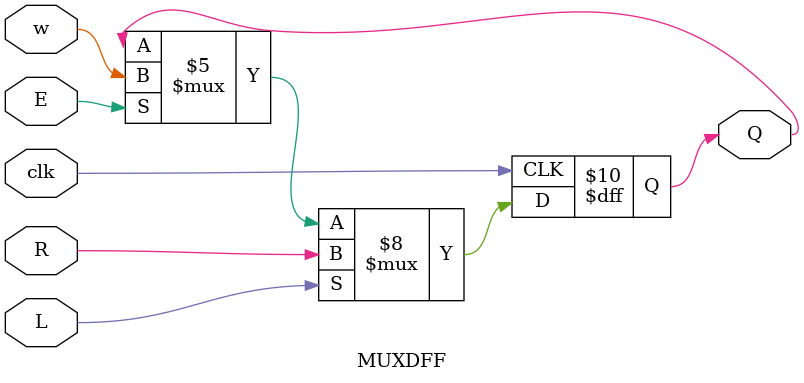
<source format=v>
module top_module (
    input [3:0] SW,
    input [3:0] KEY,
    output [3:0] LEDR
); //
    MUXDFF Q3(.clk(KEY[0]),.w(KEY[3]),.R(SW[3]),.E(KEY[1]),.L(KEY[2]),.Q(LEDR[3]));
    MUXDFF Q2(.clk(KEY[0]),.w(LEDR[3]),.R(SW[2]),.E(KEY[1]),.L(KEY[2]),.Q(LEDR[2]));
    MUXDFF Q1(.clk(KEY[0]),.w(LEDR[2]),.R(SW[1]),.E(KEY[1]),.L(KEY[2]),.Q(LEDR[1]));
    MUXDFF Q0(.clk(KEY[0]),.w(LEDR[1]),.R(SW[0]),.E(KEY[1]),.L(KEY[2]),.Q(LEDR[0]));

endmodule

module MUXDFF (
    input clk,
    input w, R, E, L,
    output Q
);
    always @(posedge clk) begin
        if(L==1) 
            Q<=R;
        else if(E==1)
            Q<=w;
        else
            Q<=Q;
    end
endmodule

</source>
